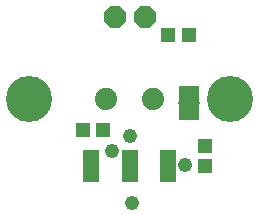
<source format=gts>
G75*
%MOIN*%
%OFA0B0*%
%FSLAX25Y25*%
%IPPOS*%
%LPD*%
%AMOC8*
5,1,8,0,0,1.08239X$1,22.5*
%
%ADD10C,0.15367*%
%ADD11R,0.04737X0.05131*%
%ADD12R,0.05800X0.10800*%
%ADD13C,0.07400*%
%ADD14R,0.07100X0.05400*%
%ADD15R,0.07200X0.00600*%
%ADD16OC8,0.07400*%
%ADD17C,0.04762*%
D10*
X0011643Y0045501D03*
X0078572Y0045501D03*
D11*
X0070101Y0030153D03*
X0070101Y0023460D03*
X0036388Y0035468D03*
X0029696Y0035468D03*
X0058056Y0067078D03*
X0064749Y0067078D03*
D12*
X0032312Y0023454D03*
X0045107Y0023454D03*
X0057902Y0023454D03*
D13*
X0052981Y0045501D03*
X0037233Y0045501D03*
D14*
X0064995Y0047205D03*
X0064995Y0041205D03*
D15*
X0064995Y0044205D03*
D16*
X0050107Y0073060D03*
X0040107Y0073060D03*
D17*
X0045234Y0033436D03*
X0039392Y0028483D03*
X0045742Y0011084D03*
X0063522Y0023530D03*
M02*

</source>
